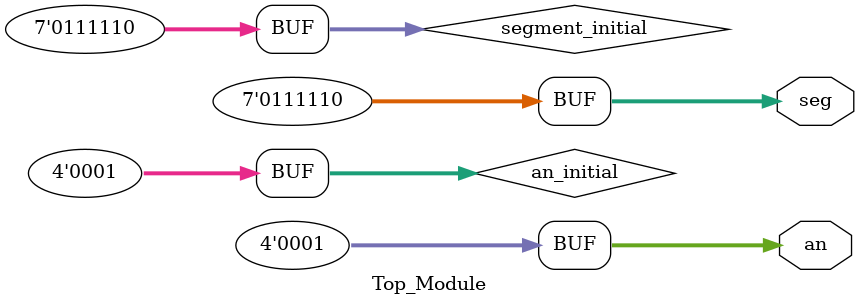
<source format=v>
`timescale 1ns / 1ps


module Top_Module(output [6:0]seg, output [3:0]an);

parameter NULL = 7'b111_1111;
parameter ZERO = 7'b000_0001;
parameter ONE = 7'b100_1111;
parameter TWO = 7'b001_0010;
parameter THREE = 7'b000_0110;
//parameter FOUR = 7

reg [6:0] segment_initial = 7'b0111110; //lsb correspond to the top, then it goes clockwise, finally reach middle
reg [3:0] an_initial = 4'b0001;

assign an = an_initial;
assign seg = segment_initial;

endmodule

</source>
